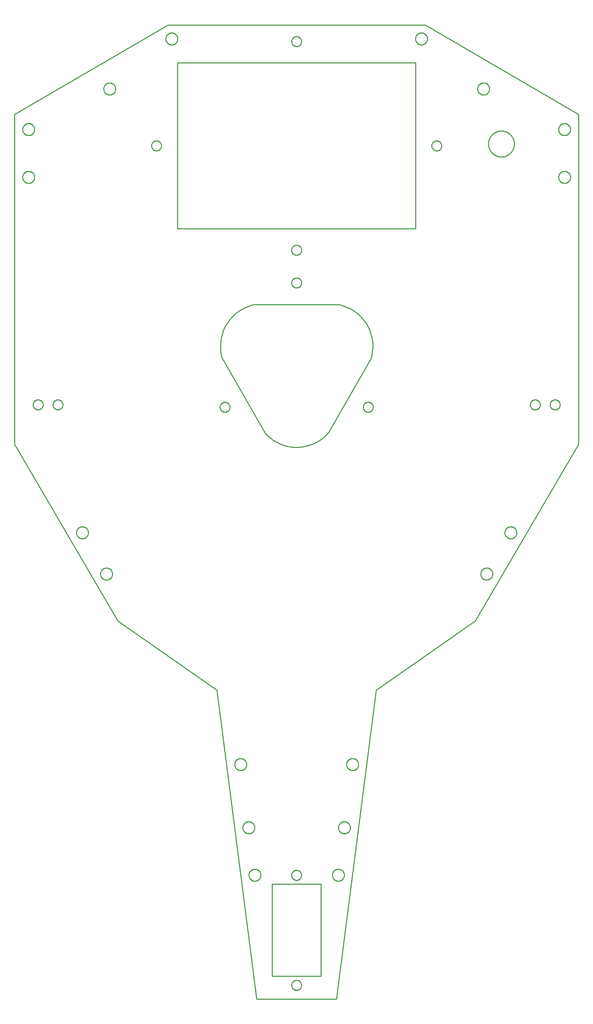
<source format=gbr>
G04 EAGLE Gerber RS-274X export*
G75*
%MOMM*%
%FSLAX34Y34*%
%LPD*%
%IN*%
%IPPOS*%
%AMOC8*
5,1,8,0,0,1.08239X$1,22.5*%
G01*
G04 Define Apertures*
%ADD10C,0.254000*%
D10*
X-708760Y-748836D02*
X-449496Y-1193034D01*
X-200000Y-1366700D01*
X-100000Y-2142049D01*
X100000Y-2142049D01*
X200000Y-1366700D01*
X449496Y-1193034D01*
X708760Y-748836D01*
X708760Y78577D01*
X323399Y303500D01*
X-323399Y303500D01*
X-708760Y78577D01*
X-708760Y-748836D01*
X-186305Y-535311D02*
X-78699Y-721689D01*
X-72210Y-728278D01*
X-65172Y-734277D01*
X-57638Y-739639D01*
X-49666Y-744324D01*
X-41315Y-748296D01*
X-32650Y-751525D01*
X-23737Y-753987D01*
X-14642Y-755663D01*
X-5437Y-756539D01*
X3810Y-756610D01*
X13028Y-755875D01*
X22147Y-754339D01*
X31098Y-752015D01*
X39811Y-748919D01*
X48222Y-745075D01*
X56266Y-740513D01*
X63881Y-735267D01*
X71010Y-729378D01*
X77599Y-722890D01*
X78699Y-721689D01*
X186305Y-535311D01*
X188767Y-526397D01*
X190442Y-517303D01*
X191319Y-508097D01*
X191390Y-498850D01*
X190655Y-489632D01*
X189119Y-480513D01*
X186794Y-471563D01*
X183698Y-462849D01*
X179855Y-454439D01*
X175293Y-446395D01*
X170047Y-438779D01*
X164158Y-431650D01*
X157669Y-425061D01*
X150631Y-419063D01*
X143097Y-413701D01*
X135124Y-409016D01*
X126774Y-405044D01*
X118109Y-401814D01*
X109195Y-399352D01*
X107606Y-399000D01*
X-107606Y-399000D01*
X-116556Y-401325D01*
X-125270Y-404421D01*
X-133681Y-408264D01*
X-141724Y-412826D01*
X-149340Y-418072D01*
X-156469Y-423962D01*
X-163058Y-430450D01*
X-169056Y-437488D01*
X-174418Y-445022D01*
X-179103Y-452995D01*
X-183075Y-461345D01*
X-186305Y-470010D01*
X-188767Y-478924D01*
X-190442Y-488018D01*
X-191319Y-497224D01*
X-191390Y-506471D01*
X-190655Y-515689D01*
X-189119Y-524808D01*
X-186794Y-533758D01*
X-186305Y-535311D01*
X-299000Y-208500D02*
X299000Y-208500D01*
X299000Y208500D01*
X-299000Y208500D01*
X-299000Y-208500D01*
X-61250Y-2084549D02*
X61250Y-2084549D01*
X61250Y-1853549D01*
X-61250Y-1853549D01*
X-61250Y-2084549D01*
X-658760Y40576D02*
X-658760Y41648D01*
X-658836Y42717D01*
X-658989Y43777D01*
X-659217Y44824D01*
X-659518Y45852D01*
X-659893Y46856D01*
X-660338Y47831D01*
X-660851Y48771D01*
X-661431Y49672D01*
X-662073Y50530D01*
X-662775Y51340D01*
X-663532Y52098D01*
X-664342Y52799D01*
X-665200Y53441D01*
X-666101Y54021D01*
X-667041Y54534D01*
X-668016Y54979D01*
X-669020Y55354D01*
X-670048Y55655D01*
X-671095Y55883D01*
X-672155Y56036D01*
X-673224Y56112D01*
X-674296Y56112D01*
X-675364Y56036D01*
X-676425Y55883D01*
X-677472Y55655D01*
X-678500Y55354D01*
X-679504Y54979D01*
X-680478Y54534D01*
X-681419Y54021D01*
X-682320Y53441D01*
X-683178Y52799D01*
X-683988Y52098D01*
X-684745Y51340D01*
X-685447Y50530D01*
X-686089Y49672D01*
X-686668Y48771D01*
X-687182Y47831D01*
X-687627Y46856D01*
X-688001Y45852D01*
X-688303Y44824D01*
X-688531Y43777D01*
X-688683Y42717D01*
X-688760Y41648D01*
X-688760Y40576D01*
X-688683Y39508D01*
X-688531Y38447D01*
X-688303Y37400D01*
X-688001Y36372D01*
X-687627Y35368D01*
X-687182Y34394D01*
X-686668Y33453D01*
X-686089Y32552D01*
X-685447Y31694D01*
X-684745Y30884D01*
X-683988Y30127D01*
X-683178Y29425D01*
X-682320Y28783D01*
X-681419Y28204D01*
X-680478Y27690D01*
X-679504Y27245D01*
X-678500Y26871D01*
X-677472Y26569D01*
X-676425Y26341D01*
X-675364Y26189D01*
X-674296Y26112D01*
X-673224Y26112D01*
X-672155Y26189D01*
X-671095Y26341D01*
X-670048Y26569D01*
X-669020Y26871D01*
X-668016Y27245D01*
X-667041Y27690D01*
X-666101Y28204D01*
X-665200Y28783D01*
X-664342Y29425D01*
X-663532Y30127D01*
X-662775Y30884D01*
X-662073Y31694D01*
X-661431Y32552D01*
X-660851Y33453D01*
X-660338Y34394D01*
X-659893Y35368D01*
X-659518Y36372D01*
X-659217Y37400D01*
X-658989Y38447D01*
X-658836Y39508D01*
X-658760Y40576D01*
X-658760Y-79424D02*
X-658760Y-78352D01*
X-658836Y-77283D01*
X-658989Y-76223D01*
X-659217Y-75176D01*
X-659518Y-74148D01*
X-659893Y-73144D01*
X-660338Y-72169D01*
X-660851Y-71229D01*
X-661431Y-70328D01*
X-662073Y-69470D01*
X-662775Y-68660D01*
X-663532Y-67903D01*
X-664342Y-67201D01*
X-665200Y-66559D01*
X-666101Y-65979D01*
X-667041Y-65466D01*
X-668016Y-65021D01*
X-669020Y-64646D01*
X-670048Y-64345D01*
X-671095Y-64117D01*
X-672155Y-63964D01*
X-673224Y-63888D01*
X-674296Y-63888D01*
X-675364Y-63964D01*
X-676425Y-64117D01*
X-677472Y-64345D01*
X-678500Y-64646D01*
X-679504Y-65021D01*
X-680478Y-65466D01*
X-681419Y-65979D01*
X-682320Y-66559D01*
X-683178Y-67201D01*
X-683988Y-67903D01*
X-684745Y-68660D01*
X-685447Y-69470D01*
X-686089Y-70328D01*
X-686668Y-71229D01*
X-687182Y-72169D01*
X-687627Y-73144D01*
X-688001Y-74148D01*
X-688303Y-75176D01*
X-688531Y-76223D01*
X-688683Y-77283D01*
X-688760Y-78352D01*
X-688760Y-79424D01*
X-688683Y-80492D01*
X-688531Y-81553D01*
X-688303Y-82600D01*
X-688001Y-83628D01*
X-687627Y-84632D01*
X-687182Y-85606D01*
X-686668Y-86547D01*
X-686089Y-87448D01*
X-685447Y-88306D01*
X-684745Y-89116D01*
X-683988Y-89873D01*
X-683178Y-90575D01*
X-682320Y-91217D01*
X-681419Y-91796D01*
X-680478Y-92310D01*
X-679504Y-92755D01*
X-678500Y-93129D01*
X-677472Y-93431D01*
X-676425Y-93659D01*
X-675364Y-93811D01*
X-674296Y-93888D01*
X-673224Y-93888D01*
X-672155Y-93811D01*
X-671095Y-93659D01*
X-670048Y-93431D01*
X-669020Y-93129D01*
X-668016Y-92755D01*
X-667041Y-92310D01*
X-666101Y-91796D01*
X-665200Y-91217D01*
X-664342Y-90575D01*
X-663532Y-89873D01*
X-662775Y-89116D01*
X-662073Y-88306D01*
X-661431Y-87448D01*
X-660851Y-86547D01*
X-660338Y-85606D01*
X-659893Y-84632D01*
X-659518Y-83628D01*
X-659217Y-82600D01*
X-658989Y-81553D01*
X-658836Y-80492D01*
X-658760Y-79424D01*
X493042Y-1075229D02*
X493042Y-1074158D01*
X492965Y-1073089D01*
X492813Y-1072029D01*
X492585Y-1070982D01*
X492283Y-1069954D01*
X491909Y-1068950D01*
X491464Y-1067975D01*
X490950Y-1067035D01*
X490371Y-1066133D01*
X489729Y-1065276D01*
X489027Y-1064466D01*
X488270Y-1063708D01*
X487460Y-1063007D01*
X486602Y-1062365D01*
X485701Y-1061785D01*
X484760Y-1061272D01*
X483786Y-1060827D01*
X482782Y-1060452D01*
X481754Y-1060150D01*
X480707Y-1059923D01*
X479646Y-1059770D01*
X478578Y-1059694D01*
X477506Y-1059694D01*
X476437Y-1059770D01*
X475377Y-1059923D01*
X474330Y-1060150D01*
X473302Y-1060452D01*
X472298Y-1060827D01*
X471323Y-1061272D01*
X470383Y-1061785D01*
X469482Y-1062365D01*
X468624Y-1063007D01*
X467814Y-1063708D01*
X467056Y-1064466D01*
X466355Y-1065276D01*
X465713Y-1066133D01*
X465133Y-1067035D01*
X464620Y-1067975D01*
X464175Y-1068950D01*
X463800Y-1069954D01*
X463499Y-1070982D01*
X463271Y-1072029D01*
X463118Y-1073089D01*
X463042Y-1074158D01*
X463042Y-1075229D01*
X463118Y-1076298D01*
X463271Y-1077359D01*
X463499Y-1078406D01*
X463800Y-1079434D01*
X464175Y-1080438D01*
X464620Y-1081412D01*
X465133Y-1082353D01*
X465713Y-1083254D01*
X466355Y-1084112D01*
X467056Y-1084921D01*
X467814Y-1085679D01*
X468624Y-1086381D01*
X469482Y-1087023D01*
X470383Y-1087602D01*
X471323Y-1088116D01*
X472298Y-1088561D01*
X473302Y-1088935D01*
X474330Y-1089237D01*
X475377Y-1089465D01*
X476437Y-1089617D01*
X477506Y-1089694D01*
X478578Y-1089694D01*
X479646Y-1089617D01*
X480707Y-1089465D01*
X481754Y-1089237D01*
X482782Y-1088935D01*
X483786Y-1088561D01*
X484760Y-1088116D01*
X485701Y-1087602D01*
X486602Y-1087023D01*
X487460Y-1086381D01*
X488270Y-1085679D01*
X489027Y-1084921D01*
X489729Y-1084112D01*
X490371Y-1083254D01*
X490950Y-1082353D01*
X491464Y-1081412D01*
X491909Y-1080438D01*
X492283Y-1079434D01*
X492585Y-1078406D01*
X492813Y-1077359D01*
X492965Y-1076298D01*
X493042Y-1075229D01*
X553532Y-971591D02*
X553532Y-970520D01*
X553456Y-969451D01*
X553303Y-968390D01*
X553075Y-967343D01*
X552774Y-966315D01*
X552399Y-965311D01*
X551954Y-964337D01*
X551441Y-963396D01*
X550861Y-962495D01*
X550219Y-961637D01*
X549518Y-960828D01*
X548760Y-960070D01*
X547950Y-959368D01*
X547092Y-958726D01*
X546191Y-958147D01*
X545251Y-957633D01*
X544276Y-957188D01*
X543272Y-956814D01*
X542244Y-956512D01*
X541197Y-956284D01*
X540137Y-956132D01*
X539068Y-956055D01*
X537996Y-956055D01*
X536928Y-956132D01*
X535867Y-956284D01*
X534820Y-956512D01*
X533792Y-956814D01*
X532788Y-957188D01*
X531814Y-957633D01*
X530873Y-958147D01*
X529972Y-958726D01*
X529114Y-959368D01*
X528304Y-960070D01*
X527547Y-960828D01*
X526845Y-961637D01*
X526203Y-962495D01*
X525624Y-963396D01*
X525110Y-964337D01*
X524665Y-965311D01*
X524291Y-966315D01*
X523989Y-967343D01*
X523761Y-968390D01*
X523609Y-969451D01*
X523532Y-970520D01*
X523532Y-971591D01*
X523609Y-972660D01*
X523761Y-973720D01*
X523989Y-974767D01*
X524291Y-975795D01*
X524665Y-976799D01*
X525110Y-977774D01*
X525624Y-978714D01*
X526203Y-979616D01*
X526845Y-980473D01*
X527547Y-981283D01*
X528304Y-982041D01*
X529114Y-982742D01*
X529972Y-983384D01*
X530873Y-983964D01*
X531814Y-984477D01*
X532788Y-984922D01*
X533792Y-985297D01*
X534820Y-985599D01*
X535867Y-985826D01*
X536928Y-985979D01*
X537996Y-986055D01*
X539068Y-986055D01*
X540137Y-985979D01*
X541197Y-985826D01*
X542244Y-985599D01*
X543272Y-985297D01*
X544276Y-984922D01*
X545251Y-984477D01*
X546191Y-983964D01*
X547092Y-983384D01*
X547950Y-982742D01*
X548760Y-982041D01*
X549518Y-981283D01*
X550219Y-980473D01*
X550861Y-979616D01*
X551441Y-978714D01*
X551954Y-977774D01*
X552399Y-976799D01*
X552774Y-975795D01*
X553075Y-974767D01*
X553303Y-973720D01*
X553456Y-972660D01*
X553532Y-971591D01*
X-523532Y-971591D02*
X-523532Y-970520D01*
X-523609Y-969451D01*
X-523761Y-968390D01*
X-523989Y-967343D01*
X-524291Y-966315D01*
X-524665Y-965311D01*
X-525110Y-964337D01*
X-525624Y-963396D01*
X-526203Y-962495D01*
X-526845Y-961637D01*
X-527547Y-960828D01*
X-528304Y-960070D01*
X-529114Y-959368D01*
X-529972Y-958726D01*
X-530873Y-958147D01*
X-531814Y-957633D01*
X-532788Y-957188D01*
X-533792Y-956814D01*
X-534820Y-956512D01*
X-535867Y-956284D01*
X-536928Y-956132D01*
X-537996Y-956055D01*
X-539068Y-956055D01*
X-540137Y-956132D01*
X-541197Y-956284D01*
X-542244Y-956512D01*
X-543272Y-956814D01*
X-544276Y-957188D01*
X-545251Y-957633D01*
X-546191Y-958147D01*
X-547092Y-958726D01*
X-547950Y-959368D01*
X-548760Y-960070D01*
X-549518Y-960828D01*
X-550219Y-961637D01*
X-550861Y-962495D01*
X-551441Y-963396D01*
X-551954Y-964337D01*
X-552399Y-965311D01*
X-552774Y-966315D01*
X-553075Y-967343D01*
X-553303Y-968390D01*
X-553456Y-969451D01*
X-553532Y-970520D01*
X-553532Y-971591D01*
X-553456Y-972660D01*
X-553303Y-973720D01*
X-553075Y-974767D01*
X-552774Y-975795D01*
X-552399Y-976799D01*
X-551954Y-977774D01*
X-551441Y-978714D01*
X-550861Y-979616D01*
X-550219Y-980473D01*
X-549518Y-981283D01*
X-548760Y-982041D01*
X-547950Y-982742D01*
X-547092Y-983384D01*
X-546191Y-983964D01*
X-545251Y-984477D01*
X-544276Y-984922D01*
X-543272Y-985297D01*
X-542244Y-985599D01*
X-541197Y-985826D01*
X-540137Y-985979D01*
X-539068Y-986055D01*
X-537996Y-986055D01*
X-536928Y-985979D01*
X-535867Y-985826D01*
X-534820Y-985599D01*
X-533792Y-985297D01*
X-532788Y-984922D01*
X-531814Y-984477D01*
X-530873Y-983964D01*
X-529972Y-983384D01*
X-529114Y-982742D01*
X-528304Y-982041D01*
X-527547Y-981283D01*
X-526845Y-980473D01*
X-526203Y-979616D01*
X-525624Y-978714D01*
X-525110Y-977774D01*
X-524665Y-976799D01*
X-524291Y-975795D01*
X-523989Y-974767D01*
X-523761Y-973720D01*
X-523609Y-972660D01*
X-523532Y-971591D01*
X-463042Y-1075229D02*
X-463042Y-1074158D01*
X-463118Y-1073089D01*
X-463271Y-1072029D01*
X-463499Y-1070982D01*
X-463800Y-1069954D01*
X-464175Y-1068950D01*
X-464620Y-1067975D01*
X-465133Y-1067035D01*
X-465713Y-1066133D01*
X-466355Y-1065276D01*
X-467056Y-1064466D01*
X-467814Y-1063708D01*
X-468624Y-1063007D01*
X-469482Y-1062365D01*
X-470383Y-1061785D01*
X-471323Y-1061272D01*
X-472298Y-1060827D01*
X-473302Y-1060452D01*
X-474330Y-1060150D01*
X-475377Y-1059923D01*
X-476437Y-1059770D01*
X-477506Y-1059694D01*
X-478578Y-1059694D01*
X-479646Y-1059770D01*
X-480707Y-1059923D01*
X-481754Y-1060150D01*
X-482782Y-1060452D01*
X-483786Y-1060827D01*
X-484760Y-1061272D01*
X-485701Y-1061785D01*
X-486602Y-1062365D01*
X-487460Y-1063007D01*
X-488270Y-1063708D01*
X-489027Y-1064466D01*
X-489729Y-1065276D01*
X-490371Y-1066133D01*
X-490950Y-1067035D01*
X-491464Y-1067975D01*
X-491909Y-1068950D01*
X-492283Y-1069954D01*
X-492585Y-1070982D01*
X-492813Y-1072029D01*
X-492965Y-1073089D01*
X-493042Y-1074158D01*
X-493042Y-1075229D01*
X-492965Y-1076298D01*
X-492813Y-1077359D01*
X-492585Y-1078406D01*
X-492283Y-1079434D01*
X-491909Y-1080438D01*
X-491464Y-1081412D01*
X-490950Y-1082353D01*
X-490371Y-1083254D01*
X-489729Y-1084112D01*
X-489027Y-1084921D01*
X-488270Y-1085679D01*
X-487460Y-1086381D01*
X-486602Y-1087023D01*
X-485701Y-1087602D01*
X-484760Y-1088116D01*
X-483786Y-1088561D01*
X-482782Y-1088935D01*
X-481754Y-1089237D01*
X-480707Y-1089465D01*
X-479646Y-1089617D01*
X-478578Y-1089694D01*
X-477506Y-1089694D01*
X-476437Y-1089617D01*
X-475377Y-1089465D01*
X-474330Y-1089237D01*
X-473302Y-1088935D01*
X-472298Y-1088561D01*
X-471323Y-1088116D01*
X-470383Y-1087602D01*
X-469482Y-1087023D01*
X-468624Y-1086381D01*
X-467814Y-1085679D01*
X-467056Y-1084921D01*
X-466355Y-1084112D01*
X-465713Y-1083254D01*
X-465133Y-1082353D01*
X-464620Y-1081412D01*
X-464175Y-1080438D01*
X-463800Y-1079434D01*
X-463499Y-1078406D01*
X-463271Y-1077359D01*
X-463118Y-1076298D01*
X-463042Y-1075229D01*
X-298932Y267964D02*
X-298932Y269036D01*
X-299008Y270104D01*
X-299161Y271165D01*
X-299389Y272212D01*
X-299690Y273240D01*
X-300065Y274244D01*
X-300510Y275219D01*
X-301023Y276159D01*
X-301603Y277060D01*
X-302245Y277918D01*
X-302946Y278728D01*
X-303704Y279485D01*
X-304514Y280187D01*
X-305372Y280829D01*
X-306273Y281408D01*
X-307213Y281922D01*
X-308188Y282367D01*
X-309192Y282741D01*
X-310220Y283043D01*
X-311267Y283271D01*
X-312327Y283424D01*
X-313396Y283500D01*
X-314468Y283500D01*
X-315536Y283424D01*
X-316597Y283271D01*
X-317644Y283043D01*
X-318672Y282741D01*
X-319676Y282367D01*
X-320650Y281922D01*
X-321591Y281408D01*
X-322492Y280829D01*
X-323350Y280187D01*
X-324160Y279485D01*
X-324917Y278728D01*
X-325619Y277918D01*
X-326261Y277060D01*
X-326840Y276159D01*
X-327354Y275219D01*
X-327799Y274244D01*
X-328173Y273240D01*
X-328475Y272212D01*
X-328703Y271165D01*
X-328855Y270104D01*
X-328932Y269036D01*
X-328932Y267964D01*
X-328855Y266896D01*
X-328703Y265835D01*
X-328475Y264788D01*
X-328173Y263760D01*
X-327799Y262756D01*
X-327354Y261781D01*
X-326840Y260841D01*
X-326261Y259940D01*
X-325619Y259082D01*
X-324917Y258272D01*
X-324160Y257515D01*
X-323350Y256813D01*
X-322492Y256171D01*
X-321591Y255592D01*
X-320650Y255078D01*
X-319676Y254633D01*
X-318672Y254259D01*
X-317644Y253957D01*
X-316597Y253729D01*
X-315536Y253576D01*
X-314468Y253500D01*
X-313396Y253500D01*
X-312327Y253576D01*
X-311267Y253729D01*
X-310220Y253957D01*
X-309192Y254259D01*
X-308188Y254633D01*
X-307213Y255078D01*
X-306273Y255592D01*
X-305372Y256171D01*
X-304514Y256813D01*
X-303704Y257515D01*
X-302946Y258272D01*
X-302245Y259082D01*
X-301603Y259940D01*
X-301023Y260841D01*
X-300510Y261781D01*
X-300065Y262756D01*
X-299690Y263760D01*
X-299389Y264788D01*
X-299161Y265835D01*
X-299008Y266896D01*
X-298932Y267964D01*
X328932Y267964D02*
X328932Y269036D01*
X328855Y270104D01*
X328703Y271165D01*
X328475Y272212D01*
X328173Y273240D01*
X327799Y274244D01*
X327354Y275219D01*
X326840Y276159D01*
X326261Y277060D01*
X325619Y277918D01*
X324917Y278728D01*
X324160Y279485D01*
X323350Y280187D01*
X322492Y280829D01*
X321591Y281408D01*
X320650Y281922D01*
X319676Y282367D01*
X318672Y282741D01*
X317644Y283043D01*
X316597Y283271D01*
X315536Y283424D01*
X314468Y283500D01*
X313396Y283500D01*
X312327Y283424D01*
X311267Y283271D01*
X310220Y283043D01*
X309192Y282741D01*
X308188Y282367D01*
X307213Y281922D01*
X306273Y281408D01*
X305372Y280829D01*
X304514Y280187D01*
X303704Y279485D01*
X302946Y278728D01*
X302245Y277918D01*
X301603Y277060D01*
X301023Y276159D01*
X300510Y275219D01*
X300065Y274244D01*
X299690Y273240D01*
X299389Y272212D01*
X299161Y271165D01*
X299008Y270104D01*
X298932Y269036D01*
X298932Y267964D01*
X299008Y266896D01*
X299161Y265835D01*
X299389Y264788D01*
X299690Y263760D01*
X300065Y262756D01*
X300510Y261781D01*
X301023Y260841D01*
X301603Y259940D01*
X302245Y259082D01*
X302946Y258272D01*
X303704Y257515D01*
X304514Y256813D01*
X305372Y256171D01*
X306273Y255592D01*
X307213Y255078D01*
X308188Y254633D01*
X309192Y254259D01*
X310220Y253957D01*
X311267Y253729D01*
X312327Y253576D01*
X313396Y253500D01*
X314468Y253500D01*
X315536Y253576D01*
X316597Y253729D01*
X317644Y253957D01*
X318672Y254259D01*
X319676Y254633D01*
X320650Y255078D01*
X321591Y255592D01*
X322492Y256171D01*
X323350Y256813D01*
X324160Y257515D01*
X324917Y258272D01*
X325619Y259082D01*
X326261Y259940D01*
X326840Y260841D01*
X327354Y261781D01*
X327799Y262756D01*
X328173Y263760D01*
X328475Y264788D01*
X328703Y265835D01*
X328855Y266896D01*
X328932Y267964D01*
X-105221Y-1712182D02*
X-105221Y-1711110D01*
X-105297Y-1710042D01*
X-105450Y-1708981D01*
X-105678Y-1707934D01*
X-105980Y-1706906D01*
X-106354Y-1705902D01*
X-106799Y-1704927D01*
X-107313Y-1703987D01*
X-107892Y-1703086D01*
X-108534Y-1702228D01*
X-109236Y-1701418D01*
X-109993Y-1700661D01*
X-110803Y-1699959D01*
X-111661Y-1699317D01*
X-112562Y-1698738D01*
X-113502Y-1698224D01*
X-114477Y-1697779D01*
X-115481Y-1697405D01*
X-116509Y-1697103D01*
X-117556Y-1696875D01*
X-118617Y-1696722D01*
X-119685Y-1696646D01*
X-120757Y-1696646D01*
X-121825Y-1696722D01*
X-122886Y-1696875D01*
X-123933Y-1697103D01*
X-124961Y-1697405D01*
X-125965Y-1697779D01*
X-126940Y-1698224D01*
X-127880Y-1698738D01*
X-128781Y-1699317D01*
X-129639Y-1699959D01*
X-130449Y-1700661D01*
X-131206Y-1701418D01*
X-131908Y-1702228D01*
X-132550Y-1703086D01*
X-133129Y-1703987D01*
X-133643Y-1704927D01*
X-134088Y-1705902D01*
X-134462Y-1706906D01*
X-134764Y-1707934D01*
X-134992Y-1708981D01*
X-135145Y-1710042D01*
X-135221Y-1711110D01*
X-135221Y-1712182D01*
X-135145Y-1713250D01*
X-134992Y-1714311D01*
X-134764Y-1715358D01*
X-134462Y-1716386D01*
X-134088Y-1717390D01*
X-133643Y-1718365D01*
X-133129Y-1719305D01*
X-132550Y-1720206D01*
X-131908Y-1721064D01*
X-131206Y-1721874D01*
X-130449Y-1722631D01*
X-129639Y-1723333D01*
X-128781Y-1723975D01*
X-127880Y-1724554D01*
X-126940Y-1725068D01*
X-125965Y-1725513D01*
X-124961Y-1725887D01*
X-123933Y-1726189D01*
X-122886Y-1726417D01*
X-121825Y-1726570D01*
X-120757Y-1726646D01*
X-119685Y-1726646D01*
X-118617Y-1726570D01*
X-117556Y-1726417D01*
X-116509Y-1726189D01*
X-115481Y-1725887D01*
X-114477Y-1725513D01*
X-113502Y-1725068D01*
X-112562Y-1724554D01*
X-111661Y-1723975D01*
X-110803Y-1723333D01*
X-109993Y-1722631D01*
X-109236Y-1721874D01*
X-108534Y-1721064D01*
X-107892Y-1720206D01*
X-107313Y-1719305D01*
X-106799Y-1718365D01*
X-106354Y-1717390D01*
X-105980Y-1716386D01*
X-105678Y-1715358D01*
X-105450Y-1714311D01*
X-105297Y-1713250D01*
X-105221Y-1712182D01*
X-89871Y-1831196D02*
X-89871Y-1830125D01*
X-89948Y-1829056D01*
X-90100Y-1827995D01*
X-90328Y-1826948D01*
X-90630Y-1825920D01*
X-91004Y-1824916D01*
X-91449Y-1823942D01*
X-91963Y-1823001D01*
X-92542Y-1822100D01*
X-93184Y-1821242D01*
X-93886Y-1820433D01*
X-94643Y-1819675D01*
X-95453Y-1818973D01*
X-96311Y-1818331D01*
X-97212Y-1817752D01*
X-98153Y-1817238D01*
X-99127Y-1816793D01*
X-100131Y-1816419D01*
X-101159Y-1816117D01*
X-102206Y-1815889D01*
X-103267Y-1815737D01*
X-104335Y-1815660D01*
X-105407Y-1815660D01*
X-106476Y-1815737D01*
X-107536Y-1815889D01*
X-108583Y-1816117D01*
X-109611Y-1816419D01*
X-110615Y-1816793D01*
X-111590Y-1817238D01*
X-112530Y-1817752D01*
X-113431Y-1818331D01*
X-114289Y-1818973D01*
X-115099Y-1819675D01*
X-115857Y-1820433D01*
X-116558Y-1821242D01*
X-117200Y-1822100D01*
X-117780Y-1823001D01*
X-118293Y-1823942D01*
X-118738Y-1824916D01*
X-119113Y-1825920D01*
X-119415Y-1826948D01*
X-119642Y-1827995D01*
X-119795Y-1829056D01*
X-119871Y-1830125D01*
X-119871Y-1831196D01*
X-119795Y-1832265D01*
X-119642Y-1833325D01*
X-119415Y-1834372D01*
X-119113Y-1835400D01*
X-118738Y-1836404D01*
X-118293Y-1837379D01*
X-117780Y-1838319D01*
X-117200Y-1839221D01*
X-116558Y-1840078D01*
X-115857Y-1840888D01*
X-115099Y-1841646D01*
X-114289Y-1842347D01*
X-113431Y-1842989D01*
X-112530Y-1843569D01*
X-111590Y-1844082D01*
X-110615Y-1844527D01*
X-109611Y-1844902D01*
X-108583Y-1845204D01*
X-107536Y-1845431D01*
X-106476Y-1845584D01*
X-105407Y-1845660D01*
X-104335Y-1845660D01*
X-103267Y-1845584D01*
X-102206Y-1845431D01*
X-101159Y-1845204D01*
X-100131Y-1844902D01*
X-99127Y-1844527D01*
X-98153Y-1844082D01*
X-97212Y-1843569D01*
X-96311Y-1842989D01*
X-95453Y-1842347D01*
X-94643Y-1841646D01*
X-93886Y-1840888D01*
X-93184Y-1840078D01*
X-92542Y-1839221D01*
X-91963Y-1838319D01*
X-91449Y-1837379D01*
X-91004Y-1836404D01*
X-90630Y-1835400D01*
X-90328Y-1834372D01*
X-90100Y-1833325D01*
X-89948Y-1832265D01*
X-89871Y-1831196D01*
X119871Y-1831196D02*
X119871Y-1830125D01*
X119795Y-1829056D01*
X119642Y-1827995D01*
X119415Y-1826948D01*
X119113Y-1825920D01*
X118738Y-1824916D01*
X118293Y-1823942D01*
X117780Y-1823001D01*
X117200Y-1822100D01*
X116558Y-1821242D01*
X115857Y-1820433D01*
X115099Y-1819675D01*
X114289Y-1818973D01*
X113431Y-1818331D01*
X112530Y-1817752D01*
X111590Y-1817238D01*
X110615Y-1816793D01*
X109611Y-1816419D01*
X108583Y-1816117D01*
X107536Y-1815889D01*
X106476Y-1815737D01*
X105407Y-1815660D01*
X104335Y-1815660D01*
X103267Y-1815737D01*
X102206Y-1815889D01*
X101159Y-1816117D01*
X100131Y-1816419D01*
X99127Y-1816793D01*
X98153Y-1817238D01*
X97212Y-1817752D01*
X96311Y-1818331D01*
X95453Y-1818973D01*
X94643Y-1819675D01*
X93886Y-1820433D01*
X93184Y-1821242D01*
X92542Y-1822100D01*
X91963Y-1823001D01*
X91449Y-1823942D01*
X91004Y-1824916D01*
X90630Y-1825920D01*
X90328Y-1826948D01*
X90100Y-1827995D01*
X89948Y-1829056D01*
X89871Y-1830125D01*
X89871Y-1831196D01*
X89948Y-1832265D01*
X90100Y-1833325D01*
X90328Y-1834372D01*
X90630Y-1835400D01*
X91004Y-1836404D01*
X91449Y-1837379D01*
X91963Y-1838319D01*
X92542Y-1839221D01*
X93184Y-1840078D01*
X93886Y-1840888D01*
X94643Y-1841646D01*
X95453Y-1842347D01*
X96311Y-1842989D01*
X97212Y-1843569D01*
X98153Y-1844082D01*
X99127Y-1844527D01*
X100131Y-1844902D01*
X101159Y-1845204D01*
X102206Y-1845431D01*
X103267Y-1845584D01*
X104335Y-1845660D01*
X105407Y-1845660D01*
X106476Y-1845584D01*
X107536Y-1845431D01*
X108583Y-1845204D01*
X109611Y-1844902D01*
X110615Y-1844527D01*
X111590Y-1844082D01*
X112530Y-1843569D01*
X113431Y-1842989D01*
X114289Y-1842347D01*
X115099Y-1841646D01*
X115857Y-1840888D01*
X116558Y-1840078D01*
X117200Y-1839221D01*
X117780Y-1838319D01*
X118293Y-1837379D01*
X118738Y-1836404D01*
X119113Y-1835400D01*
X119415Y-1834372D01*
X119642Y-1833325D01*
X119795Y-1832265D01*
X119871Y-1831196D01*
X135221Y-1712182D02*
X135221Y-1711110D01*
X135145Y-1710042D01*
X134992Y-1708981D01*
X134764Y-1707934D01*
X134462Y-1706906D01*
X134088Y-1705902D01*
X133643Y-1704927D01*
X133129Y-1703987D01*
X132550Y-1703086D01*
X131908Y-1702228D01*
X131206Y-1701418D01*
X130449Y-1700661D01*
X129639Y-1699959D01*
X128781Y-1699317D01*
X127880Y-1698738D01*
X126940Y-1698224D01*
X125965Y-1697779D01*
X124961Y-1697405D01*
X123933Y-1697103D01*
X122886Y-1696875D01*
X121825Y-1696722D01*
X120757Y-1696646D01*
X119685Y-1696646D01*
X118617Y-1696722D01*
X117556Y-1696875D01*
X116509Y-1697103D01*
X115481Y-1697405D01*
X114477Y-1697779D01*
X113502Y-1698224D01*
X112562Y-1698738D01*
X111661Y-1699317D01*
X110803Y-1699959D01*
X109993Y-1700661D01*
X109236Y-1701418D01*
X108534Y-1702228D01*
X107892Y-1703086D01*
X107313Y-1703987D01*
X106799Y-1704927D01*
X106354Y-1705902D01*
X105980Y-1706906D01*
X105678Y-1707934D01*
X105450Y-1708981D01*
X105297Y-1710042D01*
X105221Y-1711110D01*
X105221Y-1712182D01*
X105297Y-1713250D01*
X105450Y-1714311D01*
X105678Y-1715358D01*
X105980Y-1716386D01*
X106354Y-1717390D01*
X106799Y-1718365D01*
X107313Y-1719305D01*
X107892Y-1720206D01*
X108534Y-1721064D01*
X109236Y-1721874D01*
X109993Y-1722631D01*
X110803Y-1723333D01*
X111661Y-1723975D01*
X112562Y-1724554D01*
X113502Y-1725068D01*
X114477Y-1725513D01*
X115481Y-1725887D01*
X116509Y-1726189D01*
X117556Y-1726417D01*
X118617Y-1726570D01*
X119685Y-1726646D01*
X120757Y-1726646D01*
X121825Y-1726570D01*
X122886Y-1726417D01*
X123933Y-1726189D01*
X124961Y-1725887D01*
X125965Y-1725513D01*
X126940Y-1725068D01*
X127880Y-1724554D01*
X128781Y-1723975D01*
X129639Y-1723333D01*
X130449Y-1722631D01*
X131206Y-1721874D01*
X131908Y-1721064D01*
X132550Y-1720206D01*
X133129Y-1719305D01*
X133643Y-1718365D01*
X134088Y-1717390D01*
X134462Y-1716386D01*
X134764Y-1715358D01*
X134992Y-1714311D01*
X135145Y-1713250D01*
X135221Y-1712182D01*
X-125687Y-1553496D02*
X-125687Y-1552425D01*
X-125764Y-1551356D01*
X-125916Y-1550295D01*
X-126144Y-1549248D01*
X-126446Y-1548220D01*
X-126820Y-1547217D01*
X-127265Y-1546242D01*
X-127779Y-1545301D01*
X-128358Y-1544400D01*
X-129000Y-1543542D01*
X-129702Y-1542733D01*
X-130460Y-1541975D01*
X-131269Y-1541273D01*
X-132127Y-1540631D01*
X-133028Y-1540052D01*
X-133969Y-1539538D01*
X-134943Y-1539093D01*
X-135947Y-1538719D01*
X-136975Y-1538417D01*
X-138022Y-1538189D01*
X-139083Y-1538037D01*
X-140152Y-1537960D01*
X-141223Y-1537960D01*
X-142292Y-1538037D01*
X-143352Y-1538189D01*
X-144399Y-1538417D01*
X-145427Y-1538719D01*
X-146431Y-1539093D01*
X-147406Y-1539538D01*
X-148346Y-1540052D01*
X-149248Y-1540631D01*
X-150105Y-1541273D01*
X-150915Y-1541975D01*
X-151673Y-1542733D01*
X-152374Y-1543542D01*
X-153016Y-1544400D01*
X-153596Y-1545301D01*
X-154109Y-1546242D01*
X-154554Y-1547217D01*
X-154929Y-1548220D01*
X-155231Y-1549248D01*
X-155458Y-1550295D01*
X-155611Y-1551356D01*
X-155687Y-1552425D01*
X-155687Y-1553496D01*
X-155611Y-1554565D01*
X-155458Y-1555625D01*
X-155231Y-1556672D01*
X-154929Y-1557700D01*
X-154554Y-1558704D01*
X-154109Y-1559679D01*
X-153596Y-1560619D01*
X-153016Y-1561521D01*
X-152374Y-1562378D01*
X-151673Y-1563188D01*
X-150915Y-1563946D01*
X-150105Y-1564647D01*
X-149248Y-1565290D01*
X-148346Y-1565869D01*
X-147406Y-1566382D01*
X-146431Y-1566827D01*
X-145427Y-1567202D01*
X-144399Y-1567504D01*
X-143352Y-1567732D01*
X-142292Y-1567884D01*
X-141223Y-1567960D01*
X-140152Y-1567960D01*
X-139083Y-1567884D01*
X-138022Y-1567732D01*
X-136975Y-1567504D01*
X-135947Y-1567202D01*
X-134943Y-1566827D01*
X-133969Y-1566382D01*
X-133028Y-1565869D01*
X-132127Y-1565290D01*
X-131269Y-1564647D01*
X-130460Y-1563946D01*
X-129702Y-1563188D01*
X-129000Y-1562378D01*
X-128358Y-1561521D01*
X-127779Y-1560619D01*
X-127265Y-1559679D01*
X-126820Y-1558704D01*
X-126446Y-1557700D01*
X-126144Y-1556672D01*
X-125916Y-1555625D01*
X-125764Y-1554565D01*
X-125687Y-1553496D01*
X-455000Y142325D02*
X-455000Y143397D01*
X-455076Y144466D01*
X-455229Y145526D01*
X-455457Y146573D01*
X-455759Y147601D01*
X-456133Y148605D01*
X-456578Y149580D01*
X-457092Y150520D01*
X-457671Y151421D01*
X-458313Y152279D01*
X-459015Y153089D01*
X-459772Y153847D01*
X-460582Y154548D01*
X-461440Y155190D01*
X-462341Y155770D01*
X-463281Y156283D01*
X-464256Y156728D01*
X-465260Y157103D01*
X-466288Y157405D01*
X-467335Y157632D01*
X-468396Y157785D01*
X-469464Y157861D01*
X-470536Y157861D01*
X-471604Y157785D01*
X-472665Y157632D01*
X-473712Y157405D01*
X-474740Y157103D01*
X-475744Y156728D01*
X-476719Y156283D01*
X-477659Y155770D01*
X-478560Y155190D01*
X-479418Y154548D01*
X-480228Y153847D01*
X-480985Y153089D01*
X-481687Y152279D01*
X-482329Y151421D01*
X-482908Y150520D01*
X-483422Y149580D01*
X-483867Y148605D01*
X-484241Y147601D01*
X-484543Y146573D01*
X-484771Y145526D01*
X-484924Y144466D01*
X-485000Y143397D01*
X-485000Y142325D01*
X-484924Y141257D01*
X-484771Y140196D01*
X-484543Y139149D01*
X-484241Y138121D01*
X-483867Y137117D01*
X-483422Y136143D01*
X-482908Y135202D01*
X-482329Y134301D01*
X-481687Y133443D01*
X-480985Y132633D01*
X-480228Y131876D01*
X-479418Y131174D01*
X-478560Y130532D01*
X-477659Y129953D01*
X-476719Y129439D01*
X-475744Y128994D01*
X-474740Y128620D01*
X-473712Y128318D01*
X-472665Y128090D01*
X-471604Y127938D01*
X-470536Y127861D01*
X-469464Y127861D01*
X-468396Y127938D01*
X-467335Y128090D01*
X-466288Y128318D01*
X-465260Y128620D01*
X-464256Y128994D01*
X-463281Y129439D01*
X-462341Y129953D01*
X-461440Y130532D01*
X-460582Y131174D01*
X-459772Y131876D01*
X-459015Y132633D01*
X-458313Y133443D01*
X-457671Y134301D01*
X-457092Y135202D01*
X-456578Y136143D01*
X-456133Y137117D01*
X-455759Y138121D01*
X-455457Y139149D01*
X-455229Y140196D01*
X-455076Y141257D01*
X-455000Y142325D01*
X155687Y-1553496D02*
X155687Y-1552425D01*
X155611Y-1551356D01*
X155458Y-1550295D01*
X155231Y-1549248D01*
X154929Y-1548220D01*
X154554Y-1547217D01*
X154109Y-1546242D01*
X153596Y-1545301D01*
X153016Y-1544400D01*
X152374Y-1543542D01*
X151673Y-1542733D01*
X150915Y-1541975D01*
X150105Y-1541273D01*
X149248Y-1540631D01*
X148346Y-1540052D01*
X147406Y-1539538D01*
X146431Y-1539093D01*
X145427Y-1538719D01*
X144399Y-1538417D01*
X143352Y-1538189D01*
X142292Y-1538037D01*
X141223Y-1537960D01*
X140152Y-1537960D01*
X139083Y-1538037D01*
X138022Y-1538189D01*
X136975Y-1538417D01*
X135947Y-1538719D01*
X134943Y-1539093D01*
X133969Y-1539538D01*
X133028Y-1540052D01*
X132127Y-1540631D01*
X131269Y-1541273D01*
X130460Y-1541975D01*
X129702Y-1542733D01*
X129000Y-1543542D01*
X128358Y-1544400D01*
X127779Y-1545301D01*
X127265Y-1546242D01*
X126820Y-1547217D01*
X126446Y-1548220D01*
X126144Y-1549248D01*
X125916Y-1550295D01*
X125764Y-1551356D01*
X125687Y-1552425D01*
X125687Y-1553496D01*
X125764Y-1554565D01*
X125916Y-1555625D01*
X126144Y-1556672D01*
X126446Y-1557700D01*
X126820Y-1558704D01*
X127265Y-1559679D01*
X127779Y-1560619D01*
X128358Y-1561521D01*
X129000Y-1562378D01*
X129702Y-1563188D01*
X130460Y-1563946D01*
X131269Y-1564647D01*
X132127Y-1565290D01*
X133028Y-1565869D01*
X133969Y-1566382D01*
X134943Y-1566827D01*
X135947Y-1567202D01*
X136975Y-1567504D01*
X138022Y-1567732D01*
X139083Y-1567884D01*
X140152Y-1567960D01*
X141223Y-1567960D01*
X142292Y-1567884D01*
X143352Y-1567732D01*
X144399Y-1567504D01*
X145427Y-1567202D01*
X146431Y-1566827D01*
X147406Y-1566382D01*
X148346Y-1565869D01*
X149248Y-1565290D01*
X150105Y-1564647D01*
X150915Y-1563946D01*
X151673Y-1563188D01*
X152374Y-1562378D01*
X153016Y-1561521D01*
X153596Y-1560619D01*
X154109Y-1559679D01*
X154554Y-1558704D01*
X154929Y-1557700D01*
X155231Y-1556672D01*
X155458Y-1555625D01*
X155611Y-1554565D01*
X155687Y-1553496D01*
X485000Y142325D02*
X485000Y143397D01*
X484924Y144466D01*
X484771Y145526D01*
X484543Y146573D01*
X484241Y147601D01*
X483867Y148605D01*
X483422Y149580D01*
X482908Y150520D01*
X482329Y151421D01*
X481687Y152279D01*
X480985Y153089D01*
X480228Y153847D01*
X479418Y154548D01*
X478560Y155190D01*
X477659Y155770D01*
X476719Y156283D01*
X475744Y156728D01*
X474740Y157103D01*
X473712Y157405D01*
X472665Y157632D01*
X471604Y157785D01*
X470536Y157861D01*
X469464Y157861D01*
X468396Y157785D01*
X467335Y157632D01*
X466288Y157405D01*
X465260Y157103D01*
X464256Y156728D01*
X463281Y156283D01*
X462341Y155770D01*
X461440Y155190D01*
X460582Y154548D01*
X459772Y153847D01*
X459015Y153089D01*
X458313Y152279D01*
X457671Y151421D01*
X457092Y150520D01*
X456578Y149580D01*
X456133Y148605D01*
X455759Y147601D01*
X455457Y146573D01*
X455229Y145526D01*
X455076Y144466D01*
X455000Y143397D01*
X455000Y142325D01*
X455076Y141257D01*
X455229Y140196D01*
X455457Y139149D01*
X455759Y138121D01*
X456133Y137117D01*
X456578Y136143D01*
X457092Y135202D01*
X457671Y134301D01*
X458313Y133443D01*
X459015Y132633D01*
X459772Y131876D01*
X460582Y131174D01*
X461440Y130532D01*
X462341Y129953D01*
X463281Y129439D01*
X464256Y128994D01*
X465260Y128620D01*
X466288Y128318D01*
X467335Y128090D01*
X468396Y127938D01*
X469464Y127861D01*
X470536Y127861D01*
X471604Y127938D01*
X472665Y128090D01*
X473712Y128318D01*
X474740Y128620D01*
X475744Y128994D01*
X476719Y129439D01*
X477659Y129953D01*
X478560Y130532D01*
X479418Y131174D01*
X480228Y131876D01*
X480985Y132633D01*
X481687Y133443D01*
X482329Y134301D01*
X482908Y135202D01*
X483422Y136143D01*
X483867Y137117D01*
X484241Y138121D01*
X484543Y139149D01*
X484771Y140196D01*
X484924Y141257D01*
X485000Y142325D01*
X12500Y-262324D02*
X12500Y-261342D01*
X12423Y-260363D01*
X12269Y-259393D01*
X12040Y-258438D01*
X11736Y-257504D01*
X11361Y-256596D01*
X10915Y-255721D01*
X10401Y-254883D01*
X9824Y-254089D01*
X9186Y-253342D01*
X8492Y-252647D01*
X7745Y-252009D01*
X6950Y-251432D01*
X6112Y-250919D01*
X5237Y-250473D01*
X4330Y-250097D01*
X3396Y-249793D01*
X2441Y-249564D01*
X1470Y-249410D01*
X491Y-249333D01*
X-491Y-249333D01*
X-1470Y-249410D01*
X-2441Y-249564D01*
X-3396Y-249793D01*
X-4330Y-250097D01*
X-5237Y-250473D01*
X-6112Y-250919D01*
X-6950Y-251432D01*
X-7745Y-252009D01*
X-8492Y-252647D01*
X-9186Y-253342D01*
X-9824Y-254089D01*
X-10401Y-254883D01*
X-10915Y-255721D01*
X-11361Y-256596D01*
X-11736Y-257504D01*
X-12040Y-258438D01*
X-12269Y-259393D01*
X-12423Y-260363D01*
X-12500Y-261342D01*
X-12500Y-262324D01*
X-12423Y-263304D01*
X-12269Y-264274D01*
X-12040Y-265229D01*
X-11736Y-266163D01*
X-11361Y-267071D01*
X-10915Y-267946D01*
X-10401Y-268783D01*
X-9824Y-269578D01*
X-9186Y-270325D01*
X-8492Y-271019D01*
X-7745Y-271657D01*
X-6950Y-272235D01*
X-6112Y-272748D01*
X-5237Y-273194D01*
X-4330Y-273570D01*
X-3396Y-273873D01*
X-2441Y-274103D01*
X-1470Y-274256D01*
X-491Y-274333D01*
X491Y-274333D01*
X1470Y-274256D01*
X2441Y-274103D01*
X3396Y-273873D01*
X4330Y-273570D01*
X5237Y-273194D01*
X6112Y-272748D01*
X6950Y-272235D01*
X7745Y-271657D01*
X8492Y-271019D01*
X9186Y-270325D01*
X9824Y-269578D01*
X10401Y-268783D01*
X10915Y-267946D01*
X11361Y-267071D01*
X11736Y-266163D01*
X12040Y-265229D01*
X12269Y-264274D01*
X12423Y-263304D01*
X12500Y-262324D01*
X547500Y4025D02*
X547500Y5621D01*
X547422Y7214D01*
X547265Y8802D01*
X547031Y10381D01*
X546720Y11946D01*
X546332Y13494D01*
X545869Y15021D01*
X545331Y16523D01*
X544721Y17997D01*
X544039Y19440D01*
X543286Y20847D01*
X542466Y22216D01*
X541580Y23542D01*
X540629Y24824D01*
X539617Y26057D01*
X538545Y27240D01*
X537417Y28368D01*
X536235Y29440D01*
X535001Y30452D01*
X533719Y31402D01*
X532393Y32289D01*
X531024Y33109D01*
X529617Y33861D01*
X528174Y34544D01*
X526700Y35154D01*
X525198Y35692D01*
X523671Y36155D01*
X522123Y36543D01*
X520558Y36854D01*
X518980Y37088D01*
X517392Y37245D01*
X515798Y37323D01*
X514202Y37323D01*
X512608Y37245D01*
X511020Y37088D01*
X509442Y36854D01*
X507877Y36543D01*
X506329Y36155D01*
X504802Y35692D01*
X503300Y35154D01*
X501826Y34544D01*
X500383Y33861D01*
X498976Y33109D01*
X497607Y32289D01*
X496281Y31402D01*
X494999Y30452D01*
X493766Y29440D01*
X492583Y28368D01*
X491455Y27240D01*
X490383Y26057D01*
X489371Y24824D01*
X488421Y23542D01*
X487534Y22216D01*
X486714Y20847D01*
X485961Y19440D01*
X485279Y17997D01*
X484669Y16523D01*
X484131Y15021D01*
X483668Y13494D01*
X483280Y11946D01*
X482969Y10381D01*
X482735Y8802D01*
X482578Y7214D01*
X482500Y5621D01*
X482500Y4025D01*
X482578Y2431D01*
X482735Y843D01*
X482969Y-735D01*
X483280Y-2300D01*
X483668Y-3848D01*
X484131Y-5375D01*
X484669Y-6877D01*
X485279Y-8351D01*
X485961Y-9794D01*
X486714Y-11201D01*
X487534Y-12570D01*
X488421Y-13897D01*
X489371Y-15178D01*
X490383Y-16412D01*
X491455Y-17594D01*
X492583Y-18722D01*
X493766Y-19794D01*
X494999Y-20806D01*
X496281Y-21757D01*
X497607Y-22643D01*
X498976Y-23463D01*
X500383Y-24216D01*
X501826Y-24898D01*
X503300Y-25509D01*
X504802Y-26046D01*
X506329Y-26509D01*
X507877Y-26897D01*
X509442Y-27208D01*
X511020Y-27442D01*
X512608Y-27599D01*
X514202Y-27677D01*
X515798Y-27677D01*
X517392Y-27599D01*
X518980Y-27442D01*
X520558Y-27208D01*
X522123Y-26897D01*
X523671Y-26509D01*
X525198Y-26046D01*
X526700Y-25509D01*
X528174Y-24898D01*
X529617Y-24216D01*
X531024Y-23463D01*
X532393Y-22643D01*
X533719Y-21757D01*
X535001Y-20806D01*
X536235Y-19794D01*
X537417Y-18722D01*
X538545Y-17594D01*
X539617Y-16412D01*
X540629Y-15178D01*
X541580Y-13897D01*
X542466Y-12570D01*
X543286Y-11201D01*
X544039Y-9794D01*
X544721Y-8351D01*
X545331Y-6877D01*
X545869Y-5375D01*
X546332Y-3848D01*
X546720Y-2300D01*
X547031Y-735D01*
X547265Y843D01*
X547422Y2431D01*
X547500Y4025D01*
X12500Y-344491D02*
X12500Y-343509D01*
X12423Y-342530D01*
X12269Y-341560D01*
X12040Y-340604D01*
X11736Y-339670D01*
X11361Y-338763D01*
X10915Y-337888D01*
X10401Y-337050D01*
X9824Y-336255D01*
X9186Y-335508D01*
X8492Y-334814D01*
X7745Y-334176D01*
X6950Y-333599D01*
X6112Y-333085D01*
X5237Y-332639D01*
X4330Y-332264D01*
X3396Y-331960D01*
X2441Y-331731D01*
X1470Y-331577D01*
X491Y-331500D01*
X-491Y-331500D01*
X-1470Y-331577D01*
X-2441Y-331731D01*
X-3396Y-331960D01*
X-4330Y-332264D01*
X-5237Y-332639D01*
X-6112Y-333085D01*
X-6950Y-333599D01*
X-7745Y-334176D01*
X-8492Y-334814D01*
X-9186Y-335508D01*
X-9824Y-336255D01*
X-10401Y-337050D01*
X-10915Y-337888D01*
X-11361Y-338763D01*
X-11736Y-339670D01*
X-12040Y-340604D01*
X-12269Y-341560D01*
X-12423Y-342530D01*
X-12500Y-343509D01*
X-12500Y-344491D01*
X-12423Y-345470D01*
X-12269Y-346441D01*
X-12040Y-347396D01*
X-11736Y-348330D01*
X-11361Y-349237D01*
X-10915Y-350112D01*
X-10401Y-350950D01*
X-9824Y-351745D01*
X-9186Y-352492D01*
X-8492Y-353186D01*
X-7745Y-353824D01*
X-6950Y-354401D01*
X-6112Y-354915D01*
X-5237Y-355361D01*
X-4330Y-355736D01*
X-3396Y-356040D01*
X-2441Y-356269D01*
X-1470Y-356423D01*
X-491Y-356500D01*
X491Y-356500D01*
X1470Y-356423D01*
X2441Y-356269D01*
X3396Y-356040D01*
X4330Y-355736D01*
X5237Y-355361D01*
X6112Y-354915D01*
X6950Y-354401D01*
X7745Y-353824D01*
X8492Y-353186D01*
X9186Y-352492D01*
X9824Y-351745D01*
X10401Y-350950D01*
X10915Y-350112D01*
X11361Y-349237D01*
X11736Y-348330D01*
X12040Y-347396D01*
X12269Y-346441D01*
X12423Y-345470D01*
X12500Y-344491D01*
X12500Y-2107540D02*
X12500Y-2106558D01*
X12423Y-2105578D01*
X12269Y-2104608D01*
X12040Y-2103653D01*
X11736Y-2102719D01*
X11361Y-2101811D01*
X10915Y-2100936D01*
X10401Y-2100099D01*
X9824Y-2099304D01*
X9186Y-2098557D01*
X8492Y-2097863D01*
X7745Y-2097225D01*
X6950Y-2096647D01*
X6112Y-2096134D01*
X5237Y-2095688D01*
X4330Y-2095312D01*
X3396Y-2095009D01*
X2441Y-2094779D01*
X1470Y-2094626D01*
X491Y-2094549D01*
X-491Y-2094549D01*
X-1470Y-2094626D01*
X-2441Y-2094779D01*
X-3396Y-2095009D01*
X-4330Y-2095312D01*
X-5237Y-2095688D01*
X-6112Y-2096134D01*
X-6950Y-2096647D01*
X-7745Y-2097225D01*
X-8492Y-2097863D01*
X-9186Y-2098557D01*
X-9824Y-2099304D01*
X-10401Y-2100099D01*
X-10915Y-2100936D01*
X-11361Y-2101811D01*
X-11736Y-2102719D01*
X-12040Y-2103653D01*
X-12269Y-2104608D01*
X-12423Y-2105578D01*
X-12500Y-2106558D01*
X-12500Y-2107540D01*
X-12423Y-2108519D01*
X-12269Y-2109489D01*
X-12040Y-2110444D01*
X-11736Y-2111379D01*
X-11361Y-2112286D01*
X-10915Y-2113161D01*
X-10401Y-2113999D01*
X-9824Y-2114793D01*
X-9186Y-2115540D01*
X-8492Y-2116235D01*
X-7745Y-2116873D01*
X-6950Y-2117450D01*
X-6112Y-2117963D01*
X-5237Y-2118409D01*
X-4330Y-2118785D01*
X-3396Y-2119089D01*
X-2441Y-2119318D01*
X-1470Y-2119472D01*
X-491Y-2119549D01*
X491Y-2119549D01*
X1470Y-2119472D01*
X2441Y-2119318D01*
X3396Y-2119089D01*
X4330Y-2118785D01*
X5237Y-2118409D01*
X6112Y-2117963D01*
X6950Y-2117450D01*
X7745Y-2116873D01*
X8492Y-2116235D01*
X9186Y-2115540D01*
X9824Y-2114793D01*
X10401Y-2113999D01*
X10915Y-2113161D01*
X11361Y-2112286D01*
X11736Y-2111379D01*
X12040Y-2110444D01*
X12269Y-2109489D01*
X12423Y-2108519D01*
X12500Y-2107540D01*
X12500Y-1831540D02*
X12500Y-1830558D01*
X12423Y-1829578D01*
X12269Y-1828608D01*
X12040Y-1827653D01*
X11736Y-1826719D01*
X11361Y-1825811D01*
X10915Y-1824936D01*
X10401Y-1824099D01*
X9824Y-1823304D01*
X9186Y-1822557D01*
X8492Y-1821863D01*
X7745Y-1821225D01*
X6950Y-1820647D01*
X6112Y-1820134D01*
X5237Y-1819688D01*
X4330Y-1819312D01*
X3396Y-1819009D01*
X2441Y-1818779D01*
X1470Y-1818626D01*
X491Y-1818549D01*
X-491Y-1818549D01*
X-1470Y-1818626D01*
X-2441Y-1818779D01*
X-3396Y-1819009D01*
X-4330Y-1819312D01*
X-5237Y-1819688D01*
X-6112Y-1820134D01*
X-6950Y-1820647D01*
X-7745Y-1821225D01*
X-8492Y-1821863D01*
X-9186Y-1822557D01*
X-9824Y-1823304D01*
X-10401Y-1824099D01*
X-10915Y-1824936D01*
X-11361Y-1825811D01*
X-11736Y-1826719D01*
X-12040Y-1827653D01*
X-12269Y-1828608D01*
X-12423Y-1829578D01*
X-12500Y-1830558D01*
X-12500Y-1831540D01*
X-12423Y-1832519D01*
X-12269Y-1833489D01*
X-12040Y-1834444D01*
X-11736Y-1835379D01*
X-11361Y-1836286D01*
X-10915Y-1837161D01*
X-10401Y-1837999D01*
X-9824Y-1838793D01*
X-9186Y-1839540D01*
X-8492Y-1840235D01*
X-7745Y-1840873D01*
X-6950Y-1841450D01*
X-6112Y-1841963D01*
X-5237Y-1842409D01*
X-4330Y-1842785D01*
X-3396Y-1843089D01*
X-2441Y-1843318D01*
X-1470Y-1843472D01*
X-491Y-1843549D01*
X491Y-1843549D01*
X1470Y-1843472D01*
X2441Y-1843318D01*
X3396Y-1843089D01*
X4330Y-1842785D01*
X5237Y-1842409D01*
X6112Y-1841963D01*
X6950Y-1841450D01*
X7745Y-1840873D01*
X8492Y-1840235D01*
X9186Y-1839540D01*
X9824Y-1838793D01*
X10401Y-1837999D01*
X10915Y-1837161D01*
X11361Y-1836286D01*
X11736Y-1835379D01*
X12040Y-1834444D01*
X12269Y-1833489D01*
X12423Y-1832519D01*
X12500Y-1831540D01*
X-637500Y-650491D02*
X-637500Y-649509D01*
X-637577Y-648530D01*
X-637731Y-647560D01*
X-637960Y-646604D01*
X-638264Y-645670D01*
X-638639Y-644763D01*
X-639085Y-643888D01*
X-639599Y-643050D01*
X-640176Y-642255D01*
X-640814Y-641508D01*
X-641508Y-640814D01*
X-642255Y-640176D01*
X-643050Y-639599D01*
X-643888Y-639085D01*
X-644763Y-638639D01*
X-645670Y-638264D01*
X-646604Y-637960D01*
X-647560Y-637731D01*
X-648530Y-637577D01*
X-649509Y-637500D01*
X-650491Y-637500D01*
X-651470Y-637577D01*
X-652441Y-637731D01*
X-653396Y-637960D01*
X-654330Y-638264D01*
X-655237Y-638639D01*
X-656112Y-639085D01*
X-656950Y-639599D01*
X-657745Y-640176D01*
X-658492Y-640814D01*
X-659186Y-641508D01*
X-659824Y-642255D01*
X-660401Y-643050D01*
X-660915Y-643888D01*
X-661361Y-644763D01*
X-661736Y-645670D01*
X-662040Y-646604D01*
X-662269Y-647560D01*
X-662423Y-648530D01*
X-662500Y-649509D01*
X-662500Y-650491D01*
X-662423Y-651470D01*
X-662269Y-652441D01*
X-662040Y-653396D01*
X-661736Y-654330D01*
X-661361Y-655237D01*
X-660915Y-656112D01*
X-660401Y-656950D01*
X-659824Y-657745D01*
X-659186Y-658492D01*
X-658492Y-659186D01*
X-657745Y-659824D01*
X-656950Y-660401D01*
X-656112Y-660915D01*
X-655237Y-661361D01*
X-654330Y-661736D01*
X-653396Y-662040D01*
X-652441Y-662269D01*
X-651470Y-662423D01*
X-650491Y-662500D01*
X-649509Y-662500D01*
X-648530Y-662423D01*
X-647560Y-662269D01*
X-646604Y-662040D01*
X-645670Y-661736D01*
X-644763Y-661361D01*
X-643888Y-660915D01*
X-643050Y-660401D01*
X-642255Y-659824D01*
X-641508Y-659186D01*
X-640814Y-658492D01*
X-640176Y-657745D01*
X-639599Y-656950D01*
X-639085Y-656112D01*
X-638639Y-655237D01*
X-638264Y-654330D01*
X-637960Y-653396D01*
X-637731Y-652441D01*
X-637577Y-651470D01*
X-637500Y-650491D01*
X-587500Y-650491D02*
X-587500Y-649509D01*
X-587577Y-648530D01*
X-587731Y-647560D01*
X-587960Y-646604D01*
X-588264Y-645670D01*
X-588639Y-644763D01*
X-589085Y-643888D01*
X-589599Y-643050D01*
X-590176Y-642255D01*
X-590814Y-641508D01*
X-591508Y-640814D01*
X-592255Y-640176D01*
X-593050Y-639599D01*
X-593888Y-639085D01*
X-594763Y-638639D01*
X-595670Y-638264D01*
X-596604Y-637960D01*
X-597560Y-637731D01*
X-598530Y-637577D01*
X-599509Y-637500D01*
X-600491Y-637500D01*
X-601470Y-637577D01*
X-602441Y-637731D01*
X-603396Y-637960D01*
X-604330Y-638264D01*
X-605237Y-638639D01*
X-606112Y-639085D01*
X-606950Y-639599D01*
X-607745Y-640176D01*
X-608492Y-640814D01*
X-609186Y-641508D01*
X-609824Y-642255D01*
X-610401Y-643050D01*
X-610915Y-643888D01*
X-611361Y-644763D01*
X-611736Y-645670D01*
X-612040Y-646604D01*
X-612269Y-647560D01*
X-612423Y-648530D01*
X-612500Y-649509D01*
X-612500Y-650491D01*
X-612423Y-651470D01*
X-612269Y-652441D01*
X-612040Y-653396D01*
X-611736Y-654330D01*
X-611361Y-655237D01*
X-610915Y-656112D01*
X-610401Y-656950D01*
X-609824Y-657745D01*
X-609186Y-658492D01*
X-608492Y-659186D01*
X-607745Y-659824D01*
X-606950Y-660401D01*
X-606112Y-660915D01*
X-605237Y-661361D01*
X-604330Y-661736D01*
X-603396Y-662040D01*
X-602441Y-662269D01*
X-601470Y-662423D01*
X-600491Y-662500D01*
X-599509Y-662500D01*
X-598530Y-662423D01*
X-597560Y-662269D01*
X-596604Y-662040D01*
X-595670Y-661736D01*
X-594763Y-661361D01*
X-593888Y-660915D01*
X-593050Y-660401D01*
X-592255Y-659824D01*
X-591508Y-659186D01*
X-590814Y-658492D01*
X-590176Y-657745D01*
X-589599Y-656950D01*
X-589085Y-656112D01*
X-588639Y-655237D01*
X-588264Y-654330D01*
X-587960Y-653396D01*
X-587731Y-652441D01*
X-587577Y-651470D01*
X-587500Y-650491D01*
X-167633Y-656491D02*
X-167633Y-655509D01*
X-167710Y-654530D01*
X-167864Y-653560D01*
X-168093Y-652604D01*
X-168397Y-651670D01*
X-168773Y-650763D01*
X-169219Y-649888D01*
X-169732Y-649050D01*
X-170309Y-648255D01*
X-170947Y-647508D01*
X-171642Y-646814D01*
X-172389Y-646176D01*
X-173183Y-645599D01*
X-174021Y-645085D01*
X-174896Y-644639D01*
X-175804Y-644264D01*
X-176738Y-643960D01*
X-177693Y-643731D01*
X-178663Y-643577D01*
X-179642Y-643500D01*
X-180624Y-643500D01*
X-181604Y-643577D01*
X-182574Y-643731D01*
X-183529Y-643960D01*
X-184463Y-644264D01*
X-185371Y-644639D01*
X-186246Y-645085D01*
X-187083Y-645599D01*
X-187878Y-646176D01*
X-188625Y-646814D01*
X-189319Y-647508D01*
X-189957Y-648255D01*
X-190535Y-649050D01*
X-191048Y-649888D01*
X-191494Y-650763D01*
X-191870Y-651670D01*
X-192173Y-652604D01*
X-192403Y-653560D01*
X-192556Y-654530D01*
X-192633Y-655509D01*
X-192633Y-656491D01*
X-192556Y-657470D01*
X-192403Y-658441D01*
X-192173Y-659396D01*
X-191870Y-660330D01*
X-191494Y-661237D01*
X-191048Y-662112D01*
X-190535Y-662950D01*
X-189957Y-663745D01*
X-189319Y-664492D01*
X-188625Y-665186D01*
X-187878Y-665824D01*
X-187083Y-666401D01*
X-186246Y-666915D01*
X-185371Y-667361D01*
X-184463Y-667736D01*
X-183529Y-668040D01*
X-182574Y-668269D01*
X-181604Y-668423D01*
X-180624Y-668500D01*
X-179642Y-668500D01*
X-178663Y-668423D01*
X-177693Y-668269D01*
X-176738Y-668040D01*
X-175804Y-667736D01*
X-174896Y-667361D01*
X-174021Y-666915D01*
X-173183Y-666401D01*
X-172389Y-665824D01*
X-171642Y-665186D01*
X-170947Y-664492D01*
X-170309Y-663745D01*
X-169732Y-662950D01*
X-169219Y-662112D01*
X-168773Y-661237D01*
X-168397Y-660330D01*
X-168093Y-659396D01*
X-167864Y-658441D01*
X-167710Y-657470D01*
X-167633Y-656491D01*
X192633Y-656491D02*
X192633Y-655509D01*
X192556Y-654530D01*
X192403Y-653560D01*
X192173Y-652604D01*
X191870Y-651670D01*
X191494Y-650763D01*
X191048Y-649888D01*
X190535Y-649050D01*
X189957Y-648255D01*
X189319Y-647508D01*
X188625Y-646814D01*
X187878Y-646176D01*
X187083Y-645599D01*
X186246Y-645085D01*
X185371Y-644639D01*
X184463Y-644264D01*
X183529Y-643960D01*
X182574Y-643731D01*
X181604Y-643577D01*
X180624Y-643500D01*
X179642Y-643500D01*
X178663Y-643577D01*
X177693Y-643731D01*
X176738Y-643960D01*
X175804Y-644264D01*
X174896Y-644639D01*
X174021Y-645085D01*
X173183Y-645599D01*
X172389Y-646176D01*
X171642Y-646814D01*
X170947Y-647508D01*
X170309Y-648255D01*
X169732Y-649050D01*
X169219Y-649888D01*
X168773Y-650763D01*
X168397Y-651670D01*
X168093Y-652604D01*
X167864Y-653560D01*
X167710Y-654530D01*
X167633Y-655509D01*
X167633Y-656491D01*
X167710Y-657470D01*
X167864Y-658441D01*
X168093Y-659396D01*
X168397Y-660330D01*
X168773Y-661237D01*
X169219Y-662112D01*
X169732Y-662950D01*
X170309Y-663745D01*
X170947Y-664492D01*
X171642Y-665186D01*
X172389Y-665824D01*
X173183Y-666401D01*
X174021Y-666915D01*
X174896Y-667361D01*
X175804Y-667736D01*
X176738Y-668040D01*
X177693Y-668269D01*
X178663Y-668423D01*
X179642Y-668500D01*
X180624Y-668500D01*
X181604Y-668423D01*
X182574Y-668269D01*
X183529Y-668040D01*
X184463Y-667736D01*
X185371Y-667361D01*
X186246Y-666915D01*
X187083Y-666401D01*
X187878Y-665824D01*
X188625Y-665186D01*
X189319Y-664492D01*
X189957Y-663745D01*
X190535Y-662950D01*
X191048Y-662112D01*
X191494Y-661237D01*
X191870Y-660330D01*
X192173Y-659396D01*
X192403Y-658441D01*
X192556Y-657470D01*
X192633Y-656491D01*
X-339833Y-491D02*
X-339833Y491D01*
X-339910Y1470D01*
X-340064Y2441D01*
X-340293Y3396D01*
X-340597Y4330D01*
X-340973Y5237D01*
X-341419Y6112D01*
X-341932Y6950D01*
X-342509Y7745D01*
X-343147Y8492D01*
X-343842Y9186D01*
X-344589Y9824D01*
X-345383Y10401D01*
X-346221Y10915D01*
X-347096Y11361D01*
X-348004Y11736D01*
X-348938Y12040D01*
X-349893Y12269D01*
X-350863Y12423D01*
X-351842Y12500D01*
X-352824Y12500D01*
X-353804Y12423D01*
X-354774Y12269D01*
X-355729Y12040D01*
X-356663Y11736D01*
X-357571Y11361D01*
X-358446Y10915D01*
X-359283Y10401D01*
X-360078Y9824D01*
X-360825Y9186D01*
X-361519Y8492D01*
X-362157Y7745D01*
X-362735Y6950D01*
X-363248Y6112D01*
X-363694Y5237D01*
X-364070Y4330D01*
X-364373Y3396D01*
X-364603Y2441D01*
X-364756Y1470D01*
X-364833Y491D01*
X-364833Y-491D01*
X-364756Y-1470D01*
X-364603Y-2441D01*
X-364373Y-3396D01*
X-364070Y-4330D01*
X-363694Y-5237D01*
X-363248Y-6112D01*
X-362735Y-6950D01*
X-362157Y-7745D01*
X-361519Y-8492D01*
X-360825Y-9186D01*
X-360078Y-9824D01*
X-359283Y-10401D01*
X-358446Y-10915D01*
X-357571Y-11361D01*
X-356663Y-11736D01*
X-355729Y-12040D01*
X-354774Y-12269D01*
X-353804Y-12423D01*
X-352824Y-12500D01*
X-351842Y-12500D01*
X-350863Y-12423D01*
X-349893Y-12269D01*
X-348938Y-12040D01*
X-348004Y-11736D01*
X-347096Y-11361D01*
X-346221Y-10915D01*
X-345383Y-10401D01*
X-344589Y-9824D01*
X-343842Y-9186D01*
X-343147Y-8492D01*
X-342509Y-7745D01*
X-341932Y-6950D01*
X-341419Y-6112D01*
X-340973Y-5237D01*
X-340597Y-4330D01*
X-340293Y-3396D01*
X-340064Y-2441D01*
X-339910Y-1470D01*
X-339833Y-491D01*
X364833Y-491D02*
X364833Y491D01*
X364756Y1470D01*
X364603Y2441D01*
X364373Y3396D01*
X364070Y4330D01*
X363694Y5237D01*
X363248Y6112D01*
X362735Y6950D01*
X362157Y7745D01*
X361519Y8492D01*
X360825Y9186D01*
X360078Y9824D01*
X359283Y10401D01*
X358446Y10915D01*
X357571Y11361D01*
X356663Y11736D01*
X355729Y12040D01*
X354774Y12269D01*
X353804Y12423D01*
X352824Y12500D01*
X351842Y12500D01*
X350863Y12423D01*
X349893Y12269D01*
X348938Y12040D01*
X348004Y11736D01*
X347096Y11361D01*
X346221Y10915D01*
X345383Y10401D01*
X344589Y9824D01*
X343842Y9186D01*
X343147Y8492D01*
X342509Y7745D01*
X341932Y6950D01*
X341419Y6112D01*
X340973Y5237D01*
X340597Y4330D01*
X340293Y3396D01*
X340064Y2441D01*
X339910Y1470D01*
X339833Y491D01*
X339833Y-491D01*
X339910Y-1470D01*
X340064Y-2441D01*
X340293Y-3396D01*
X340597Y-4330D01*
X340973Y-5237D01*
X341419Y-6112D01*
X341932Y-6950D01*
X342509Y-7745D01*
X343147Y-8492D01*
X343842Y-9186D01*
X344589Y-9824D01*
X345383Y-10401D01*
X346221Y-10915D01*
X347096Y-11361D01*
X348004Y-11736D01*
X348938Y-12040D01*
X349893Y-12269D01*
X350863Y-12423D01*
X351842Y-12500D01*
X352824Y-12500D01*
X353804Y-12423D01*
X354774Y-12269D01*
X355729Y-12040D01*
X356663Y-11736D01*
X357571Y-11361D01*
X358446Y-10915D01*
X359283Y-10401D01*
X360078Y-9824D01*
X360825Y-9186D01*
X361519Y-8492D01*
X362157Y-7745D01*
X362735Y-6950D01*
X363248Y-6112D01*
X363694Y-5237D01*
X364070Y-4330D01*
X364373Y-3396D01*
X364603Y-2441D01*
X364756Y-1470D01*
X364833Y-491D01*
X12500Y261342D02*
X12500Y262324D01*
X12423Y263304D01*
X12269Y264274D01*
X12040Y265229D01*
X11736Y266163D01*
X11361Y267071D01*
X10915Y267946D01*
X10401Y268783D01*
X9824Y269578D01*
X9186Y270325D01*
X8492Y271019D01*
X7745Y271657D01*
X6950Y272235D01*
X6112Y272748D01*
X5237Y273194D01*
X4330Y273570D01*
X3396Y273873D01*
X2441Y274103D01*
X1470Y274256D01*
X491Y274333D01*
X-491Y274333D01*
X-1470Y274256D01*
X-2441Y274103D01*
X-3396Y273873D01*
X-4330Y273570D01*
X-5237Y273194D01*
X-6112Y272748D01*
X-6950Y272235D01*
X-7745Y271657D01*
X-8492Y271019D01*
X-9186Y270325D01*
X-9824Y269578D01*
X-10401Y268783D01*
X-10915Y267946D01*
X-11361Y267071D01*
X-11736Y266163D01*
X-12040Y265229D01*
X-12269Y264274D01*
X-12423Y263304D01*
X-12500Y262324D01*
X-12500Y261342D01*
X-12423Y260363D01*
X-12269Y259393D01*
X-12040Y258438D01*
X-11736Y257504D01*
X-11361Y256596D01*
X-10915Y255721D01*
X-10401Y254883D01*
X-9824Y254089D01*
X-9186Y253342D01*
X-8492Y252647D01*
X-7745Y252009D01*
X-6950Y251432D01*
X-6112Y250919D01*
X-5237Y250473D01*
X-4330Y250097D01*
X-3396Y249793D01*
X-2441Y249564D01*
X-1470Y249410D01*
X-491Y249333D01*
X491Y249333D01*
X1470Y249410D01*
X2441Y249564D01*
X3396Y249793D01*
X4330Y250097D01*
X5237Y250473D01*
X6112Y250919D01*
X6950Y251432D01*
X7745Y252009D01*
X8492Y252647D01*
X9186Y253342D01*
X9824Y254089D01*
X10401Y254883D01*
X10915Y255721D01*
X11361Y256596D01*
X11736Y257504D01*
X12040Y258438D01*
X12269Y259393D01*
X12423Y260363D01*
X12500Y261342D01*
X612500Y-650491D02*
X612500Y-649509D01*
X612423Y-648530D01*
X612269Y-647560D01*
X612040Y-646604D01*
X611736Y-645670D01*
X611361Y-644763D01*
X610915Y-643888D01*
X610401Y-643050D01*
X609824Y-642255D01*
X609186Y-641508D01*
X608492Y-640814D01*
X607745Y-640176D01*
X606950Y-639599D01*
X606112Y-639085D01*
X605237Y-638639D01*
X604330Y-638264D01*
X603396Y-637960D01*
X602441Y-637731D01*
X601470Y-637577D01*
X600491Y-637500D01*
X599509Y-637500D01*
X598530Y-637577D01*
X597560Y-637731D01*
X596604Y-637960D01*
X595670Y-638264D01*
X594763Y-638639D01*
X593888Y-639085D01*
X593050Y-639599D01*
X592255Y-640176D01*
X591508Y-640814D01*
X590814Y-641508D01*
X590176Y-642255D01*
X589599Y-643050D01*
X589085Y-643888D01*
X588639Y-644763D01*
X588264Y-645670D01*
X587960Y-646604D01*
X587731Y-647560D01*
X587577Y-648530D01*
X587500Y-649509D01*
X587500Y-650491D01*
X587577Y-651470D01*
X587731Y-652441D01*
X587960Y-653396D01*
X588264Y-654330D01*
X588639Y-655237D01*
X589085Y-656112D01*
X589599Y-656950D01*
X590176Y-657745D01*
X590814Y-658492D01*
X591508Y-659186D01*
X592255Y-659824D01*
X593050Y-660401D01*
X593888Y-660915D01*
X594763Y-661361D01*
X595670Y-661736D01*
X596604Y-662040D01*
X597560Y-662269D01*
X598530Y-662423D01*
X599509Y-662500D01*
X600491Y-662500D01*
X601470Y-662423D01*
X602441Y-662269D01*
X603396Y-662040D01*
X604330Y-661736D01*
X605237Y-661361D01*
X606112Y-660915D01*
X606950Y-660401D01*
X607745Y-659824D01*
X608492Y-659186D01*
X609186Y-658492D01*
X609824Y-657745D01*
X610401Y-656950D01*
X610915Y-656112D01*
X611361Y-655237D01*
X611736Y-654330D01*
X612040Y-653396D01*
X612269Y-652441D01*
X612423Y-651470D01*
X612500Y-650491D01*
X662500Y-650491D02*
X662500Y-649509D01*
X662423Y-648530D01*
X662269Y-647560D01*
X662040Y-646604D01*
X661736Y-645670D01*
X661361Y-644763D01*
X660915Y-643888D01*
X660401Y-643050D01*
X659824Y-642255D01*
X659186Y-641508D01*
X658492Y-640814D01*
X657745Y-640176D01*
X656950Y-639599D01*
X656112Y-639085D01*
X655237Y-638639D01*
X654330Y-638264D01*
X653396Y-637960D01*
X652441Y-637731D01*
X651470Y-637577D01*
X650491Y-637500D01*
X649509Y-637500D01*
X648530Y-637577D01*
X647560Y-637731D01*
X646604Y-637960D01*
X645670Y-638264D01*
X644763Y-638639D01*
X643888Y-639085D01*
X643050Y-639599D01*
X642255Y-640176D01*
X641508Y-640814D01*
X640814Y-641508D01*
X640176Y-642255D01*
X639599Y-643050D01*
X639085Y-643888D01*
X638639Y-644763D01*
X638264Y-645670D01*
X637960Y-646604D01*
X637731Y-647560D01*
X637577Y-648530D01*
X637500Y-649509D01*
X637500Y-650491D01*
X637577Y-651470D01*
X637731Y-652441D01*
X637960Y-653396D01*
X638264Y-654330D01*
X638639Y-655237D01*
X639085Y-656112D01*
X639599Y-656950D01*
X640176Y-657745D01*
X640814Y-658492D01*
X641508Y-659186D01*
X642255Y-659824D01*
X643050Y-660401D01*
X643888Y-660915D01*
X644763Y-661361D01*
X645670Y-661736D01*
X646604Y-662040D01*
X647560Y-662269D01*
X648530Y-662423D01*
X649509Y-662500D01*
X650491Y-662500D01*
X651470Y-662423D01*
X652441Y-662269D01*
X653396Y-662040D01*
X654330Y-661736D01*
X655237Y-661361D01*
X656112Y-660915D01*
X656950Y-660401D01*
X657745Y-659824D01*
X658492Y-659186D01*
X659186Y-658492D01*
X659824Y-657745D01*
X660401Y-656950D01*
X660915Y-656112D01*
X661361Y-655237D01*
X661736Y-654330D01*
X662040Y-653396D01*
X662269Y-652441D01*
X662423Y-651470D01*
X662500Y-650491D01*
X688760Y-79424D02*
X688760Y-78352D01*
X688683Y-77283D01*
X688531Y-76223D01*
X688303Y-75176D01*
X688001Y-74148D01*
X687627Y-73144D01*
X687182Y-72169D01*
X686668Y-71229D01*
X686089Y-70328D01*
X685447Y-69470D01*
X684745Y-68660D01*
X683988Y-67903D01*
X683178Y-67201D01*
X682320Y-66559D01*
X681419Y-65979D01*
X680478Y-65466D01*
X679504Y-65021D01*
X678500Y-64646D01*
X677472Y-64345D01*
X676425Y-64117D01*
X675364Y-63964D01*
X674296Y-63888D01*
X673224Y-63888D01*
X672155Y-63964D01*
X671095Y-64117D01*
X670048Y-64345D01*
X669020Y-64646D01*
X668016Y-65021D01*
X667041Y-65466D01*
X666101Y-65979D01*
X665200Y-66559D01*
X664342Y-67201D01*
X663532Y-67903D01*
X662775Y-68660D01*
X662073Y-69470D01*
X661431Y-70328D01*
X660851Y-71229D01*
X660338Y-72169D01*
X659893Y-73144D01*
X659518Y-74148D01*
X659217Y-75176D01*
X658989Y-76223D01*
X658836Y-77283D01*
X658760Y-78352D01*
X658760Y-79424D01*
X658836Y-80492D01*
X658989Y-81553D01*
X659217Y-82600D01*
X659518Y-83628D01*
X659893Y-84632D01*
X660338Y-85606D01*
X660851Y-86547D01*
X661431Y-87448D01*
X662073Y-88306D01*
X662775Y-89116D01*
X663532Y-89873D01*
X664342Y-90575D01*
X665200Y-91217D01*
X666101Y-91796D01*
X667041Y-92310D01*
X668016Y-92755D01*
X669020Y-93129D01*
X670048Y-93431D01*
X671095Y-93659D01*
X672155Y-93811D01*
X673224Y-93888D01*
X674296Y-93888D01*
X675364Y-93811D01*
X676425Y-93659D01*
X677472Y-93431D01*
X678500Y-93129D01*
X679504Y-92755D01*
X680478Y-92310D01*
X681419Y-91796D01*
X682320Y-91217D01*
X683178Y-90575D01*
X683988Y-89873D01*
X684745Y-89116D01*
X685447Y-88306D01*
X686089Y-87448D01*
X686668Y-86547D01*
X687182Y-85606D01*
X687627Y-84632D01*
X688001Y-83628D01*
X688303Y-82600D01*
X688531Y-81553D01*
X688683Y-80492D01*
X688760Y-79424D01*
X688760Y40576D02*
X688760Y41648D01*
X688683Y42717D01*
X688531Y43777D01*
X688303Y44824D01*
X688001Y45852D01*
X687627Y46856D01*
X687182Y47831D01*
X686668Y48771D01*
X686089Y49672D01*
X685447Y50530D01*
X684745Y51340D01*
X683988Y52098D01*
X683178Y52799D01*
X682320Y53441D01*
X681419Y54021D01*
X680478Y54534D01*
X679504Y54979D01*
X678500Y55354D01*
X677472Y55655D01*
X676425Y55883D01*
X675364Y56036D01*
X674296Y56112D01*
X673224Y56112D01*
X672155Y56036D01*
X671095Y55883D01*
X670048Y55655D01*
X669020Y55354D01*
X668016Y54979D01*
X667041Y54534D01*
X666101Y54021D01*
X665200Y53441D01*
X664342Y52799D01*
X663532Y52098D01*
X662775Y51340D01*
X662073Y50530D01*
X661431Y49672D01*
X660851Y48771D01*
X660338Y47831D01*
X659893Y46856D01*
X659518Y45852D01*
X659217Y44824D01*
X658989Y43777D01*
X658836Y42717D01*
X658760Y41648D01*
X658760Y40576D01*
X658836Y39508D01*
X658989Y38447D01*
X659217Y37400D01*
X659518Y36372D01*
X659893Y35368D01*
X660338Y34394D01*
X660851Y33453D01*
X661431Y32552D01*
X662073Y31694D01*
X662775Y30884D01*
X663532Y30127D01*
X664342Y29425D01*
X665200Y28783D01*
X666101Y28204D01*
X667041Y27690D01*
X668016Y27245D01*
X669020Y26871D01*
X670048Y26569D01*
X671095Y26341D01*
X672155Y26189D01*
X673224Y26112D01*
X674296Y26112D01*
X675364Y26189D01*
X676425Y26341D01*
X677472Y26569D01*
X678500Y26871D01*
X679504Y27245D01*
X680478Y27690D01*
X681419Y28204D01*
X682320Y28783D01*
X683178Y29425D01*
X683988Y30127D01*
X684745Y30884D01*
X685447Y31694D01*
X686089Y32552D01*
X686668Y33453D01*
X687182Y34394D01*
X687627Y35368D01*
X688001Y36372D01*
X688303Y37400D01*
X688531Y38447D01*
X688683Y39508D01*
X688760Y40576D01*
M02*

</source>
